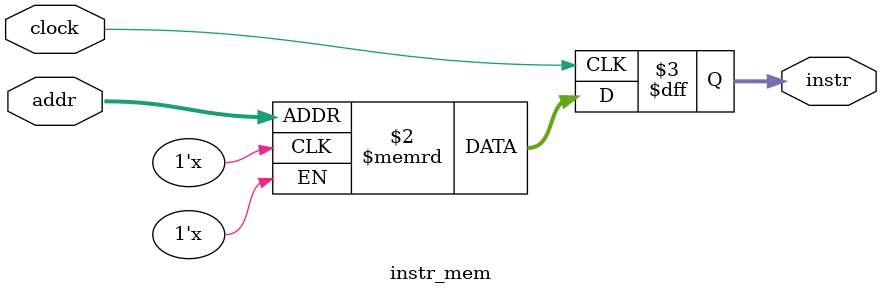
<source format=sv>
module instr_mem (
    input  wire clock,
    input  wire [31:0] addr,
    output reg [31:0] instr
);
    parameter instr_size = 1000;
    reg [31:0] instr_mem [instr_size:0];
    // initial 
    // begin
    //     $readmemh("", instr_mem);
    // end
    always @(negedge clock)
        instr <= instr_mem[addr];
endmodule
</source>
